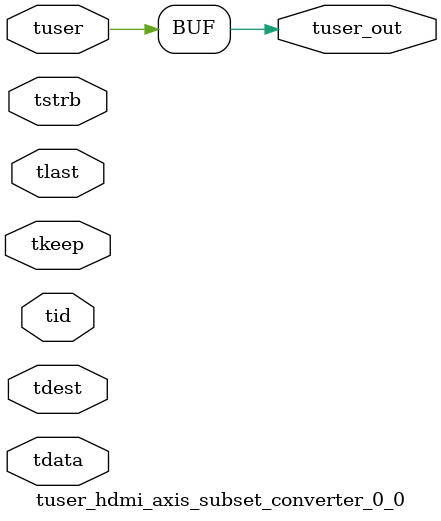
<source format=v>


`timescale 1ps/1ps

module tuser_hdmi_axis_subset_converter_0_0 #
(
parameter C_S_AXIS_TUSER_WIDTH = 1,
parameter C_S_AXIS_TDATA_WIDTH = 32,
parameter C_S_AXIS_TID_WIDTH   = 0,
parameter C_S_AXIS_TDEST_WIDTH = 0,
parameter C_M_AXIS_TUSER_WIDTH = 1
)
(
input  [(C_S_AXIS_TUSER_WIDTH == 0 ? 1 : C_S_AXIS_TUSER_WIDTH)-1:0     ] tuser,
input  [(C_S_AXIS_TDATA_WIDTH == 0 ? 1 : C_S_AXIS_TDATA_WIDTH)-1:0     ] tdata,
input  [(C_S_AXIS_TID_WIDTH   == 0 ? 1 : C_S_AXIS_TID_WIDTH)-1:0       ] tid,
input  [(C_S_AXIS_TDEST_WIDTH == 0 ? 1 : C_S_AXIS_TDEST_WIDTH)-1:0     ] tdest,
input  [(C_S_AXIS_TDATA_WIDTH/8)-1:0 ] tkeep,
input  [(C_S_AXIS_TDATA_WIDTH/8)-1:0 ] tstrb,
input                                                                    tlast,
output [C_M_AXIS_TUSER_WIDTH-1:0] tuser_out
);

assign tuser_out = {tuser[0:0]};

endmodule


</source>
